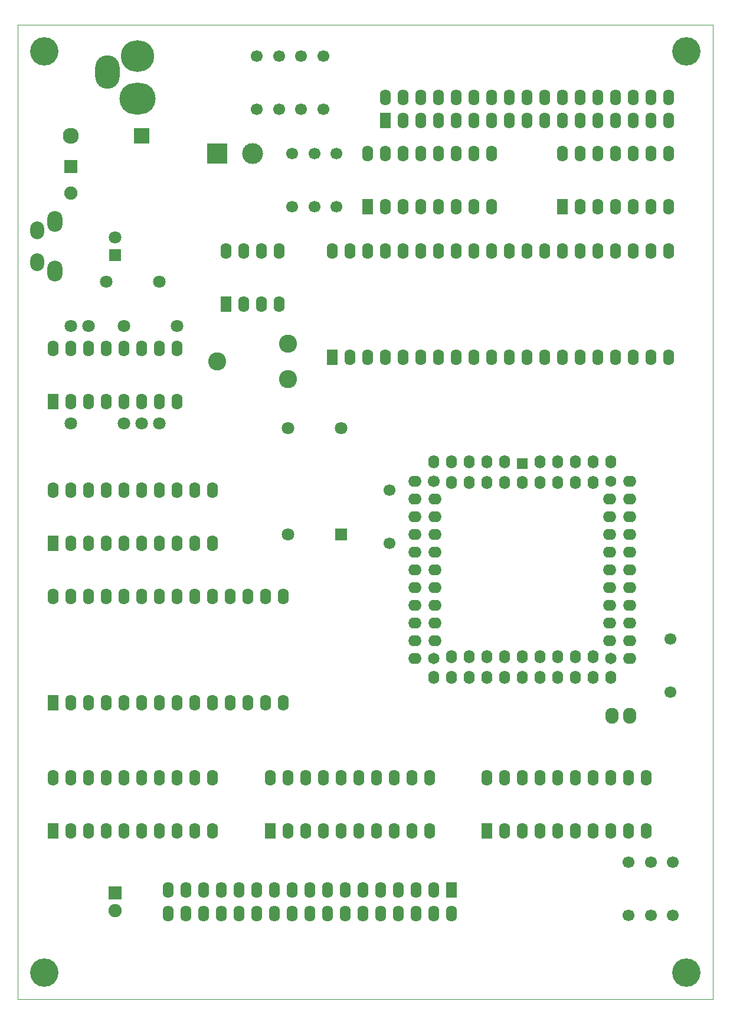
<source format=gts>
G04 (created by PCBNEW (2013-07-07 BZR 4022)-stable) date 19/03/2022 16:48:30*
%MOIN*%
G04 Gerber Fmt 3.4, Leading zero omitted, Abs format*
%FSLAX34Y34*%
G01*
G70*
G90*
G04 APERTURE LIST*
%ADD10C,0.00590551*%
%ADD11C,0.00393701*%
%ADD12O,0.189X0.177165*%
%ADD13O,0.204724X0.177165*%
%ADD14O,0.137795X0.189*%
%ADD15O,0.0866142X0.11811*%
%ADD16O,0.0787402X0.1*%
%ADD17R,0.0629921X0.0905512*%
%ADD18O,0.0629921X0.0905512*%
%ADD19C,0.0669291*%
%ADD20C,0.0708661*%
%ADD21R,0.0629921X0.0629921*%
%ADD22O,0.0629921X0.0748031*%
%ADD23O,0.0748031X0.0629921*%
%ADD24C,0.0649606*%
%ADD25C,0.0629921*%
%ADD26R,0.062X0.09*%
%ADD27O,0.062X0.09*%
%ADD28R,0.0708661X0.0708661*%
%ADD29C,0.0905512*%
%ADD30R,0.0905512X0.0905512*%
%ADD31R,0.0748031X0.0748031*%
%ADD32C,0.0748031*%
%ADD33C,0.102362*%
%ADD34R,0.11811X0.11811*%
%ADD35C,0.11811*%
%ADD36C,0.16*%
%ADD37O,0.0748031X0.0905512*%
G04 APERTURE END LIST*
G54D10*
G54D11*
X39250Y55000D02*
X0Y55000D01*
X0Y0D02*
X39250Y0D01*
X0Y0D02*
X0Y55000D01*
X39250Y55000D02*
X39250Y0D01*
G54D12*
X6750Y53250D03*
G54D13*
X6750Y50850D03*
G54D14*
X5050Y52350D03*
G54D15*
X2100Y41100D03*
G54D16*
X1100Y41600D03*
X1100Y43400D03*
G54D15*
X2100Y43900D03*
G54D17*
X24500Y6157D03*
G54D18*
X24500Y4842D03*
X23500Y6157D03*
X23500Y4842D03*
X22500Y6157D03*
X22500Y4842D03*
X21500Y6157D03*
X21500Y4842D03*
X20500Y6157D03*
X20500Y4842D03*
X19500Y6157D03*
X19500Y4842D03*
X18500Y6157D03*
X18500Y4842D03*
X17500Y6157D03*
X17500Y4842D03*
X16500Y6157D03*
X16500Y4842D03*
X15500Y6157D03*
X15500Y4842D03*
X14500Y6157D03*
X14500Y4842D03*
X13500Y6157D03*
X13500Y4842D03*
X12500Y6157D03*
X12500Y4842D03*
X11500Y6157D03*
X11500Y4842D03*
X10500Y6157D03*
X10500Y4842D03*
X9500Y6157D03*
X9500Y4842D03*
X8500Y6157D03*
X8500Y4842D03*
G54D17*
X20750Y49592D03*
G54D18*
X20750Y50907D03*
X21750Y49592D03*
X21750Y50907D03*
X22750Y49592D03*
X22750Y50907D03*
X23750Y49592D03*
X23750Y50907D03*
X24750Y49592D03*
X24750Y50907D03*
X25750Y49592D03*
X25750Y50907D03*
X26750Y49592D03*
X26750Y50907D03*
X27750Y49592D03*
X27750Y50907D03*
X28750Y49592D03*
X28750Y50907D03*
X29750Y49592D03*
X29750Y50907D03*
X30750Y49592D03*
X30750Y50907D03*
X31750Y49592D03*
X31750Y50907D03*
X32750Y49592D03*
X32750Y50907D03*
X33750Y49592D03*
X33750Y50907D03*
X34750Y49592D03*
X34750Y50907D03*
X35750Y49592D03*
X35750Y50907D03*
X36750Y49592D03*
X36750Y50907D03*
G54D19*
X16750Y44750D03*
X16750Y47750D03*
G54D20*
X9000Y38000D03*
X6000Y38000D03*
X3000Y32500D03*
X6000Y32500D03*
X8000Y40500D03*
X5000Y40500D03*
G54D19*
X13500Y53250D03*
X13500Y50250D03*
X14750Y53250D03*
X14750Y50250D03*
X16000Y53250D03*
X16000Y50250D03*
X17250Y53250D03*
X17250Y50250D03*
G54D21*
X28500Y30250D03*
G54D22*
X28500Y29171D03*
X27500Y30328D03*
X27500Y29171D03*
X26500Y30328D03*
X26500Y29171D03*
X25500Y30328D03*
X25500Y29171D03*
X24500Y30328D03*
X24500Y29171D03*
X23500Y30328D03*
G54D23*
X22421Y29250D03*
G54D19*
X23500Y29250D03*
G54D23*
X22421Y28250D03*
X23578Y28250D03*
X22421Y27250D03*
X23578Y27250D03*
X22421Y26250D03*
X23578Y26250D03*
X22421Y25250D03*
X23578Y25250D03*
X22421Y24250D03*
X23578Y24250D03*
X22421Y23250D03*
X23578Y23250D03*
X22421Y22250D03*
X23578Y22250D03*
X22421Y21250D03*
X23578Y21250D03*
X22421Y20250D03*
X23578Y20250D03*
X22421Y19250D03*
G54D22*
X23500Y18171D03*
G54D24*
X23500Y19250D03*
G54D22*
X24500Y18171D03*
X24500Y19328D03*
X25500Y18171D03*
X25500Y19328D03*
X26500Y18171D03*
X26500Y19328D03*
X27500Y18171D03*
X27500Y19328D03*
X28500Y18171D03*
X28500Y19328D03*
X29500Y18171D03*
X29500Y19328D03*
X30500Y18171D03*
X30500Y19328D03*
X31500Y18171D03*
X31500Y19328D03*
X32500Y18171D03*
X32500Y19328D03*
X33500Y18171D03*
G54D23*
X34578Y19250D03*
G54D24*
X33500Y19250D03*
G54D23*
X34578Y20250D03*
X33421Y20250D03*
X34578Y21250D03*
X33421Y21250D03*
X34578Y22250D03*
X33421Y22250D03*
X34578Y23250D03*
X33421Y23250D03*
X34578Y24250D03*
X33421Y24250D03*
X34578Y25250D03*
X33421Y25250D03*
X34578Y26250D03*
X33421Y26250D03*
X34578Y27250D03*
X33421Y27250D03*
X34578Y28250D03*
X33421Y28250D03*
X34578Y29250D03*
G54D22*
X33500Y30328D03*
G54D25*
X33500Y29250D03*
G54D22*
X32500Y30328D03*
X32500Y29171D03*
X31500Y30328D03*
X31500Y29171D03*
X30500Y30328D03*
X30500Y29171D03*
X29500Y30328D03*
X29500Y29171D03*
G54D26*
X11750Y39250D03*
G54D27*
X12750Y39250D03*
X13750Y39250D03*
X14750Y39250D03*
X14750Y42250D03*
X13750Y42250D03*
X12750Y42250D03*
X11750Y42250D03*
G54D26*
X17750Y36250D03*
G54D27*
X18750Y36250D03*
X19750Y36250D03*
X20750Y36250D03*
X21750Y36250D03*
X22750Y36250D03*
X23750Y36250D03*
X24750Y36250D03*
X25750Y36250D03*
X26750Y36250D03*
X27750Y36250D03*
X28750Y36250D03*
X29750Y36250D03*
X30750Y36250D03*
X31750Y36250D03*
X32750Y36250D03*
X33750Y36250D03*
X34750Y36250D03*
X35750Y36250D03*
X36750Y36250D03*
X36750Y42250D03*
X35750Y42250D03*
X34750Y42250D03*
X33750Y42250D03*
X32750Y42250D03*
X31750Y42250D03*
X30750Y42250D03*
X29750Y42250D03*
X28750Y42250D03*
X27750Y42250D03*
X26750Y42250D03*
X25750Y42250D03*
X24750Y42250D03*
X23750Y42250D03*
X22750Y42250D03*
X21750Y42250D03*
X20750Y42250D03*
X19750Y42250D03*
X18750Y42250D03*
X17750Y42250D03*
G54D26*
X2000Y16750D03*
G54D27*
X3000Y16750D03*
X4000Y16750D03*
X5000Y16750D03*
X6000Y16750D03*
X7000Y16750D03*
X8000Y16750D03*
X9000Y16750D03*
X10000Y16750D03*
X11000Y16750D03*
X12000Y16750D03*
X13000Y16750D03*
X14000Y16750D03*
X15000Y16750D03*
X15000Y22750D03*
X14000Y22750D03*
X13000Y22750D03*
X12000Y22750D03*
X11000Y22750D03*
X10000Y22750D03*
X9000Y22750D03*
X8000Y22750D03*
X7000Y22750D03*
X6000Y22750D03*
X5000Y22750D03*
X4000Y22750D03*
X3000Y22750D03*
X2000Y22750D03*
G54D26*
X26500Y9500D03*
G54D27*
X27500Y9500D03*
X28500Y9500D03*
X29500Y9500D03*
X30500Y9500D03*
X31500Y9500D03*
X32500Y9500D03*
X33500Y9500D03*
X34500Y9500D03*
X35500Y9500D03*
X35500Y12500D03*
X34500Y12500D03*
X33500Y12500D03*
X32500Y12500D03*
X31500Y12500D03*
X30500Y12500D03*
X29500Y12500D03*
X28500Y12500D03*
X27500Y12500D03*
X26500Y12500D03*
G54D26*
X2000Y9500D03*
G54D27*
X3000Y9500D03*
X4000Y9500D03*
X5000Y9500D03*
X6000Y9500D03*
X7000Y9500D03*
X8000Y9500D03*
X9000Y9500D03*
X10000Y9500D03*
X11000Y9500D03*
X11000Y12500D03*
X10000Y12500D03*
X9000Y12500D03*
X8000Y12500D03*
X7000Y12500D03*
X6000Y12500D03*
X5000Y12500D03*
X4000Y12500D03*
X3000Y12500D03*
X2000Y12500D03*
G54D26*
X14250Y9500D03*
G54D27*
X15250Y9500D03*
X16250Y9500D03*
X17250Y9500D03*
X18250Y9500D03*
X19250Y9500D03*
X20250Y9500D03*
X21250Y9500D03*
X22250Y9500D03*
X23250Y9500D03*
X23250Y12500D03*
X22250Y12500D03*
X21250Y12500D03*
X20250Y12500D03*
X19250Y12500D03*
X18250Y12500D03*
X17250Y12500D03*
X16250Y12500D03*
X15250Y12500D03*
X14250Y12500D03*
G54D26*
X2000Y25750D03*
G54D27*
X3000Y25750D03*
X4000Y25750D03*
X5000Y25750D03*
X6000Y25750D03*
X7000Y25750D03*
X8000Y25750D03*
X9000Y25750D03*
X10000Y25750D03*
X11000Y25750D03*
X11000Y28750D03*
X10000Y28750D03*
X9000Y28750D03*
X8000Y28750D03*
X7000Y28750D03*
X6000Y28750D03*
X5000Y28750D03*
X4000Y28750D03*
X3000Y28750D03*
X2000Y28750D03*
G54D26*
X19750Y44750D03*
G54D27*
X20750Y44750D03*
X21750Y44750D03*
X22750Y44750D03*
X23750Y44750D03*
X24750Y44750D03*
X25750Y44750D03*
X26750Y44750D03*
X26750Y47750D03*
X25750Y47750D03*
X24750Y47750D03*
X23750Y47750D03*
X22750Y47750D03*
X21750Y47750D03*
X20750Y47750D03*
X19750Y47750D03*
G54D26*
X2000Y33750D03*
G54D27*
X3000Y33750D03*
X4000Y33750D03*
X5000Y33750D03*
X6000Y33750D03*
X7000Y33750D03*
X8000Y33750D03*
X9000Y33750D03*
X9000Y36750D03*
X8000Y36750D03*
X7000Y36750D03*
X6000Y36750D03*
X5000Y36750D03*
X4000Y36750D03*
X3000Y36750D03*
X2000Y36750D03*
G54D26*
X30750Y44750D03*
G54D27*
X31750Y44750D03*
X32750Y44750D03*
X33750Y44750D03*
X34750Y44750D03*
X35750Y44750D03*
X36750Y44750D03*
X36750Y47750D03*
X35750Y47750D03*
X34750Y47750D03*
X33750Y47750D03*
X32750Y47750D03*
X31750Y47750D03*
X30750Y47750D03*
G54D28*
X5500Y42000D03*
G54D20*
X5500Y43000D03*
X8000Y32500D03*
X7000Y32500D03*
X3000Y38000D03*
X4000Y38000D03*
G54D28*
X18250Y26250D03*
G54D20*
X15250Y26250D03*
X15250Y32250D03*
X18250Y32250D03*
G54D19*
X18000Y44750D03*
X18000Y47750D03*
G54D29*
X3000Y48750D03*
G54D30*
X7000Y48750D03*
G54D31*
X3000Y47000D03*
G54D32*
X3000Y45500D03*
G54D33*
X15250Y35000D03*
X11250Y36000D03*
X15250Y37000D03*
G54D34*
X11250Y47750D03*
G54D35*
X13250Y47750D03*
G54D36*
X1500Y53500D03*
X37750Y53500D03*
X37750Y1500D03*
X1500Y1500D03*
G54D19*
X35750Y4750D03*
X35750Y7750D03*
X37000Y4750D03*
X37000Y7750D03*
X34500Y7750D03*
X34500Y4750D03*
G54D31*
X5500Y6000D03*
G54D32*
X5500Y5000D03*
G54D19*
X21000Y25750D03*
X21000Y28750D03*
X15500Y47750D03*
X15500Y44750D03*
X36850Y20350D03*
X36850Y17350D03*
G54D37*
X34550Y16000D03*
X33550Y16000D03*
M02*

</source>
